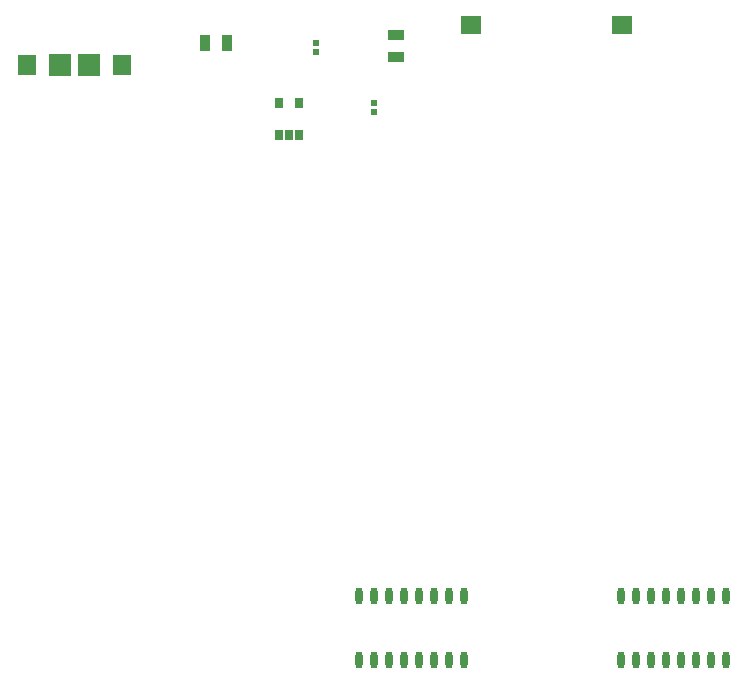
<source format=gtp>
G04*
G04 #@! TF.GenerationSoftware,Altium Limited,Altium Designer,20.0.2 (26)*
G04*
G04 Layer_Color=8421504*
%FSLAX44Y44*%
%MOMM*%
G71*
G01*
G75*
%ADD16O,0.6000X1.4500*%
%ADD17R,0.5200X0.5200*%
%ADD18R,0.6500X0.9500*%
%ADD19R,0.4725X0.4682*%
%ADD20R,0.0976X1.1000*%
%ADD21R,0.1230X1.1000*%
%ADD22R,1.7000X1.5000*%
%ADD23R,1.4000X0.9500*%
%ADD24R,1.9000X1.9000*%
%ADD25R,1.5968X1.6714*%
%ADD26R,0.0952X1.3500*%
%ADD27R,0.9500X1.4000*%
D16*
X2209800Y1271850D02*
D03*
X2197100D02*
D03*
X2184400D02*
D03*
X2171700D02*
D03*
X2159000D02*
D03*
X2146300D02*
D03*
X2133600D02*
D03*
X2120900D02*
D03*
X2209800Y1217350D02*
D03*
X2197100D02*
D03*
X2184400D02*
D03*
X2171700D02*
D03*
X2159000D02*
D03*
X2146300D02*
D03*
X2133600D02*
D03*
X2120900D02*
D03*
X2432050Y1271850D02*
D03*
X2419350D02*
D03*
X2406650D02*
D03*
X2393950D02*
D03*
X2381250D02*
D03*
X2368550D02*
D03*
X2355850D02*
D03*
X2343150D02*
D03*
X2432050Y1217350D02*
D03*
X2419350D02*
D03*
X2406650D02*
D03*
X2393950D02*
D03*
X2381250D02*
D03*
X2368550D02*
D03*
X2355850D02*
D03*
X2343150D02*
D03*
D17*
X2084450Y1731900D02*
D03*
Y1739900D02*
D03*
D18*
X2053100Y1661600D02*
D03*
X2061600D02*
D03*
X2070100D02*
D03*
Y1689100D02*
D03*
X2053100D02*
D03*
D19*
X2133600Y1681057D02*
D03*
Y1689100D02*
D03*
D20*
X2327150Y1715750D02*
D03*
X2322150D02*
D03*
X2317150D02*
D03*
X2312150D02*
D03*
X2307150D02*
D03*
X2302150D02*
D03*
X2297150D02*
D03*
X2292150D02*
D03*
X2287150D02*
D03*
X2257150D02*
D03*
X2252150D02*
D03*
X2247150D02*
D03*
X2242150D02*
D03*
X2237150D02*
D03*
X2232150D02*
D03*
D21*
X2282150D02*
D03*
X2277150D02*
D03*
X2272150D02*
D03*
X2267150D02*
D03*
X2262150D02*
D03*
D22*
X2343650Y1754750D02*
D03*
X2215650D02*
D03*
D23*
X2152650Y1746250D02*
D03*
Y1727750D02*
D03*
D24*
X1892300Y1720850D02*
D03*
X1868300D02*
D03*
D25*
X1920300D02*
D03*
X1840300D02*
D03*
D26*
X1893300Y1694100D02*
D03*
X1867300D02*
D03*
X1886800D02*
D03*
X1880300D02*
D03*
X1873800D02*
D03*
D27*
X1991000Y1739900D02*
D03*
X2009500D02*
D03*
M02*

</source>
